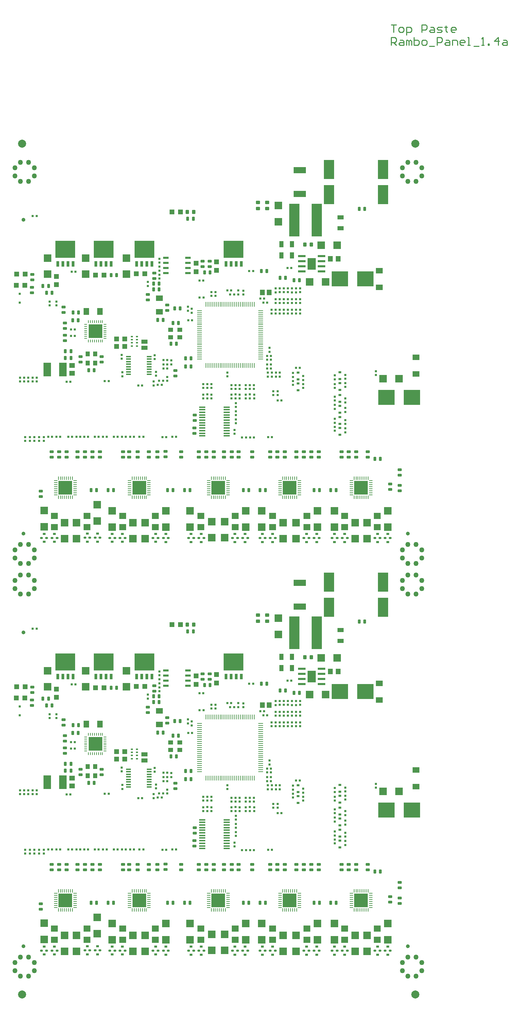
<source format=gtp>
G04 Layer_Color=8421504*
%FSLAX25Y25*%
%MOIN*%
G70*
G01*
G75*
G04:AMPARAMS|DCode=11|XSize=78.74mil|YSize=78.74mil|CornerRadius=39.37mil|HoleSize=0mil|Usage=FLASHONLY|Rotation=90.000|XOffset=0mil|YOffset=0mil|HoleType=Round|Shape=RoundedRectangle|*
%AMROUNDEDRECTD11*
21,1,0.07874,0.00000,0,0,90.0*
21,1,0.00000,0.07874,0,0,90.0*
1,1,0.07874,0.00000,0.00000*
1,1,0.07874,0.00000,0.00000*
1,1,0.07874,0.00000,0.00000*
1,1,0.07874,0.00000,0.00000*
%
%ADD11ROUNDEDRECTD11*%
%ADD12C,0.01000*%
%ADD97C,0.05000*%
%ADD161R,0.09842X0.18701*%
G04:AMPARAMS|DCode=162|XSize=19.65mil|YSize=21.62mil|CornerRadius=3.33mil|HoleSize=0mil|Usage=FLASHONLY|Rotation=0.000|XOffset=0mil|YOffset=0mil|HoleType=Round|Shape=RoundedRectangle|*
%AMROUNDEDRECTD162*
21,1,0.01965,0.01496,0,0,0.0*
21,1,0.01299,0.02162,0,0,0.0*
1,1,0.00666,0.00649,-0.00748*
1,1,0.00666,-0.00649,-0.00748*
1,1,0.00666,-0.00649,0.00748*
1,1,0.00666,0.00649,0.00748*
%
%ADD162ROUNDEDRECTD162*%
G04:AMPARAMS|DCode=163|XSize=27.13mil|YSize=37.37mil|CornerRadius=4.83mil|HoleSize=0mil|Usage=FLASHONLY|Rotation=90.000|XOffset=0mil|YOffset=0mil|HoleType=Round|Shape=RoundedRectangle|*
%AMROUNDEDRECTD163*
21,1,0.02713,0.02772,0,0,90.0*
21,1,0.01748,0.03737,0,0,90.0*
1,1,0.00965,0.01386,0.00874*
1,1,0.00965,0.01386,-0.00874*
1,1,0.00965,-0.01386,-0.00874*
1,1,0.00965,-0.01386,0.00874*
%
%ADD163ROUNDEDRECTD163*%
G04:AMPARAMS|DCode=164|XSize=27.13mil|YSize=37.37mil|CornerRadius=4.83mil|HoleSize=0mil|Usage=FLASHONLY|Rotation=180.000|XOffset=0mil|YOffset=0mil|HoleType=Round|Shape=RoundedRectangle|*
%AMROUNDEDRECTD164*
21,1,0.02713,0.02772,0,0,180.0*
21,1,0.01748,0.03737,0,0,180.0*
1,1,0.00965,-0.00874,0.01386*
1,1,0.00965,0.00874,0.01386*
1,1,0.00965,0.00874,-0.01386*
1,1,0.00965,-0.00874,-0.01386*
%
%ADD164ROUNDEDRECTD164*%
G04:AMPARAMS|DCode=165|XSize=19.26mil|YSize=21.62mil|CornerRadius=3.25mil|HoleSize=0mil|Usage=FLASHONLY|Rotation=90.000|XOffset=0mil|YOffset=0mil|HoleType=Round|Shape=RoundedRectangle|*
%AMROUNDEDRECTD165*
21,1,0.01926,0.01512,0,0,90.0*
21,1,0.01276,0.02162,0,0,90.0*
1,1,0.00650,0.00756,0.00638*
1,1,0.00650,0.00756,-0.00638*
1,1,0.00650,-0.00756,-0.00638*
1,1,0.00650,-0.00756,0.00638*
%
%ADD165ROUNDEDRECTD165*%
G04:AMPARAMS|DCode=166|XSize=19.26mil|YSize=21.62mil|CornerRadius=3.25mil|HoleSize=0mil|Usage=FLASHONLY|Rotation=180.000|XOffset=0mil|YOffset=0mil|HoleType=Round|Shape=RoundedRectangle|*
%AMROUNDEDRECTD166*
21,1,0.01926,0.01512,0,0,180.0*
21,1,0.01276,0.02162,0,0,180.0*
1,1,0.00650,-0.00638,0.00756*
1,1,0.00650,0.00638,0.00756*
1,1,0.00650,0.00638,-0.00756*
1,1,0.00650,-0.00638,-0.00756*
%
%ADD166ROUNDEDRECTD166*%
%ADD167R,0.05800X0.02200*%
G04:AMPARAMS|DCode=168|XSize=21.62mil|YSize=23.59mil|CornerRadius=4.91mil|HoleSize=0mil|Usage=FLASHONLY|Rotation=270.000|XOffset=0mil|YOffset=0mil|HoleType=Round|Shape=RoundedRectangle|*
%AMROUNDEDRECTD168*
21,1,0.02162,0.01378,0,0,270.0*
21,1,0.01181,0.02359,0,0,270.0*
1,1,0.00981,-0.00689,-0.00591*
1,1,0.00981,-0.00689,0.00591*
1,1,0.00981,0.00689,0.00591*
1,1,0.00981,0.00689,-0.00591*
%
%ADD168ROUNDEDRECTD168*%
G04:AMPARAMS|DCode=169|XSize=21.62mil|YSize=29.5mil|CornerRadius=4.91mil|HoleSize=0mil|Usage=FLASHONLY|Rotation=270.000|XOffset=0mil|YOffset=0mil|HoleType=Round|Shape=RoundedRectangle|*
%AMROUNDEDRECTD169*
21,1,0.02162,0.01969,0,0,270.0*
21,1,0.01181,0.02950,0,0,270.0*
1,1,0.00981,-0.00985,-0.00591*
1,1,0.00981,-0.00985,0.00591*
1,1,0.00981,0.00985,0.00591*
1,1,0.00981,0.00985,-0.00591*
%
%ADD169ROUNDEDRECTD169*%
%ADD170O,0.03343X0.00902*%
%ADD171O,0.00902X0.03343*%
%ADD172R,0.13186X0.13186*%
%ADD173R,0.10036X0.32083*%
%ADD174R,0.06493X0.04131*%
%ADD175R,0.04131X0.06493*%
G04:AMPARAMS|DCode=176|XSize=19.65mil|YSize=21.62mil|CornerRadius=3.33mil|HoleSize=0mil|Usage=FLASHONLY|Rotation=90.000|XOffset=0mil|YOffset=0mil|HoleType=Round|Shape=RoundedRectangle|*
%AMROUNDEDRECTD176*
21,1,0.01965,0.01496,0,0,90.0*
21,1,0.01299,0.02162,0,0,90.0*
1,1,0.00666,0.00748,0.00649*
1,1,0.00666,0.00748,-0.00649*
1,1,0.00666,-0.00748,-0.00649*
1,1,0.00666,-0.00748,0.00649*
%
%ADD176ROUNDEDRECTD176*%
G04:AMPARAMS|DCode=177|XSize=9.02mil|YSize=29.5mil|CornerRadius=3.41mil|HoleSize=0mil|Usage=FLASHONLY|Rotation=180.000|XOffset=0mil|YOffset=0mil|HoleType=Round|Shape=RoundedRectangle|*
%AMROUNDEDRECTD177*
21,1,0.00902,0.02268,0,0,180.0*
21,1,0.00220,0.02950,0,0,180.0*
1,1,0.00682,-0.00110,0.01134*
1,1,0.00682,0.00110,0.01134*
1,1,0.00682,0.00110,-0.01134*
1,1,0.00682,-0.00110,-0.01134*
%
%ADD177ROUNDEDRECTD177*%
G04:AMPARAMS|DCode=178|XSize=9.02mil|YSize=29.5mil|CornerRadius=3.41mil|HoleSize=0mil|Usage=FLASHONLY|Rotation=270.000|XOffset=0mil|YOffset=0mil|HoleType=Round|Shape=RoundedRectangle|*
%AMROUNDEDRECTD178*
21,1,0.00902,0.02268,0,0,270.0*
21,1,0.00220,0.02950,0,0,270.0*
1,1,0.00682,-0.01134,-0.00110*
1,1,0.00682,-0.01134,0.00110*
1,1,0.00682,0.01134,0.00110*
1,1,0.00682,0.01134,-0.00110*
%
%ADD178ROUNDEDRECTD178*%
%ADD179R,0.13442X0.13442*%
%ADD180R,0.07280X0.13186*%
%ADD181R,0.02359X0.01769*%
%ADD182R,0.06887X0.05312*%
%ADD183R,0.06898X0.06099*%
%ADD184R,0.16493X0.14800*%
%ADD185R,0.04918X0.03934*%
%ADD186R,0.12398X0.06099*%
%ADD187R,0.04524X0.04524*%
%ADD188R,0.04800X0.01300*%
%ADD189R,0.04918X0.05706*%
%ADD190R,0.08200X0.11600*%
%ADD191R,0.07600X0.02000*%
G04:AMPARAMS|DCode=192|XSize=31.46mil|YSize=41.31mil|CornerRadius=5.69mil|HoleSize=0mil|Usage=FLASHONLY|Rotation=0.000|XOffset=0mil|YOffset=0mil|HoleType=Round|Shape=RoundedRectangle|*
%AMROUNDEDRECTD192*
21,1,0.03146,0.02993,0,0,0.0*
21,1,0.02008,0.04131,0,0,0.0*
1,1,0.01138,0.01004,-0.01496*
1,1,0.01138,-0.01004,-0.01496*
1,1,0.01138,-0.01004,0.01496*
1,1,0.01138,0.01004,0.01496*
%
%ADD192ROUNDEDRECTD192*%
%ADD193R,0.02162X0.02162*%
G04:AMPARAMS|DCode=194|XSize=31.46mil|YSize=41.31mil|CornerRadius=5.69mil|HoleSize=0mil|Usage=FLASHONLY|Rotation=270.000|XOffset=0mil|YOffset=0mil|HoleType=Round|Shape=RoundedRectangle|*
%AMROUNDEDRECTD194*
21,1,0.03146,0.02993,0,0,270.0*
21,1,0.02008,0.04131,0,0,270.0*
1,1,0.01138,-0.01496,-0.01004*
1,1,0.01138,-0.01496,0.01004*
1,1,0.01138,0.01496,0.01004*
1,1,0.01138,0.01496,-0.01004*
%
%ADD194ROUNDEDRECTD194*%
%ADD195R,0.05706X0.04918*%
%ADD196R,0.04524X0.04524*%
%ADD197R,0.05312X0.06887*%
%ADD198R,0.03934X0.04918*%
G04:AMPARAMS|DCode=199|XSize=37.37mil|YSize=37.37mil|CornerRadius=18.69mil|HoleSize=0mil|Usage=FLASHONLY|Rotation=0.000|XOffset=0mil|YOffset=0mil|HoleType=Round|Shape=RoundedRectangle|*
%AMROUNDEDRECTD199*
21,1,0.03737,0.00000,0,0,0.0*
21,1,0.00000,0.03737,0,0,0.0*
1,1,0.03737,0.00000,0.00000*
1,1,0.03737,0.00000,0.00000*
1,1,0.03737,0.00000,0.00000*
1,1,0.03737,0.00000,0.00000*
%
%ADD199ROUNDEDRECTD199*%
%ADD200R,0.06237X0.01532*%
%ADD201R,0.06100X0.04400*%
%ADD202R,0.02950X0.02162*%
%ADD203O,0.00784X0.04918*%
%ADD204O,0.04918X0.00784*%
%ADD205R,0.06887X0.05233*%
%ADD206R,0.07700X0.07700*%
%ADD207R,0.07674X0.07674*%
%ADD208R,0.07700X0.07700*%
%ADD209R,0.07674X0.07674*%
%ADD210R,0.02600X0.05400*%
%ADD211R,0.19500X0.16800*%
G36*
X252094Y750400D02*
X251794Y750000D01*
X250294D01*
X249894Y750400D01*
Y752800D01*
X252094D01*
Y750400D01*
D02*
G37*
G36*
X248394D02*
X247994Y750000D01*
X246594D01*
X246194Y750400D01*
Y752800D01*
X248394D01*
Y750400D01*
D02*
G37*
G36*
X244606Y750300D02*
X244252Y750000D01*
X242756D01*
X242362Y750400D01*
Y752800D01*
X244606D01*
Y750300D01*
D02*
G37*
G36*
X240827D02*
X240472Y750000D01*
X238976D01*
X238583Y750400D01*
Y752800D01*
X240827D01*
Y750300D01*
D02*
G37*
G36*
X164594Y750400D02*
X164294Y750000D01*
X162794D01*
X162394Y750400D01*
Y752800D01*
X164594D01*
Y750400D01*
D02*
G37*
G36*
X160894D02*
X160494Y750000D01*
X159094D01*
X158694Y750400D01*
Y752800D01*
X160894D01*
Y750400D01*
D02*
G37*
G36*
X157106Y750300D02*
X156752Y750000D01*
X155256D01*
X154862Y750400D01*
Y752800D01*
X157106D01*
Y750300D01*
D02*
G37*
G36*
X153327D02*
X152972Y750000D01*
X151476D01*
X151083Y750400D01*
Y752800D01*
X153327D01*
Y750300D01*
D02*
G37*
G36*
X124594Y750400D02*
X124294Y750000D01*
X122794D01*
X122394Y750400D01*
Y752800D01*
X124594D01*
Y750400D01*
D02*
G37*
G36*
X120894D02*
X120494Y750000D01*
X119094D01*
X118694Y750400D01*
Y752800D01*
X120894D01*
Y750400D01*
D02*
G37*
G36*
X117106Y750300D02*
X116752Y750000D01*
X115256D01*
X114862Y750400D01*
Y752800D01*
X117106D01*
Y750300D01*
D02*
G37*
G36*
X113327D02*
X112972Y750000D01*
X111476D01*
X111083Y750400D01*
Y752800D01*
X113327D01*
Y750300D01*
D02*
G37*
G36*
X87094Y750400D02*
X86794Y750000D01*
X85294D01*
X84894Y750400D01*
Y752800D01*
X87094D01*
Y750400D01*
D02*
G37*
G36*
X83394D02*
X82994Y750000D01*
X81594D01*
X81194Y750400D01*
Y752800D01*
X83394D01*
Y750400D01*
D02*
G37*
G36*
X79606Y750300D02*
X79252Y750000D01*
X77756D01*
X77362Y750400D01*
Y752800D01*
X79606D01*
Y750300D01*
D02*
G37*
G36*
X75827D02*
X75472Y750000D01*
X73976D01*
X73583Y750400D01*
Y752800D01*
X75827D01*
Y750300D01*
D02*
G37*
G36*
X255094Y747600D02*
X254094D01*
Y752800D01*
X255094D01*
Y747600D01*
D02*
G37*
G36*
X236890D02*
X235787D01*
Y752800D01*
X236890D01*
Y747600D01*
D02*
G37*
G36*
X167594D02*
X166594D01*
Y752800D01*
X167594D01*
Y747600D01*
D02*
G37*
G36*
X149390D02*
X148287D01*
Y752800D01*
X149390D01*
Y747600D01*
D02*
G37*
G36*
X127594D02*
X126594D01*
Y752800D01*
X127594D01*
Y747600D01*
D02*
G37*
G36*
X109390D02*
X108287D01*
Y752800D01*
X109390D01*
Y747600D01*
D02*
G37*
G36*
X90094D02*
X89094D01*
Y752800D01*
X90094D01*
Y747600D01*
D02*
G37*
G36*
X71890D02*
X70787D01*
Y752800D01*
X71890D01*
Y747600D01*
D02*
G37*
G36*
X251394Y736220D02*
X250094D01*
Y736693D01*
X250494Y737126D01*
X251394D01*
Y736220D01*
D02*
G37*
G36*
X248394Y736732D02*
Y736220D01*
X246294D01*
Y736732D01*
X246694Y737086D01*
X248094D01*
X248394Y736732D01*
D02*
G37*
G36*
X244606D02*
Y736220D01*
X242480D01*
Y736732D01*
X242835Y737086D01*
X244252D01*
X244606Y736732D01*
D02*
G37*
G36*
X240866Y736693D02*
Y736220D01*
X239449D01*
Y737126D01*
X240433D01*
X240866Y736693D01*
D02*
G37*
G36*
X163894Y736220D02*
X162594D01*
Y736693D01*
X162994Y737126D01*
X163894D01*
Y736220D01*
D02*
G37*
G36*
X160894Y736732D02*
Y736220D01*
X158794D01*
Y736732D01*
X159194Y737086D01*
X160594D01*
X160894Y736732D01*
D02*
G37*
G36*
X157106D02*
Y736220D01*
X154980D01*
Y736732D01*
X155335Y737086D01*
X156752D01*
X157106Y736732D01*
D02*
G37*
G36*
X153366Y736693D02*
Y736220D01*
X151949D01*
Y737126D01*
X152933D01*
X153366Y736693D01*
D02*
G37*
G36*
X123894Y736220D02*
X122594D01*
Y736693D01*
X122994Y737126D01*
X123894D01*
Y736220D01*
D02*
G37*
G36*
X120894Y736732D02*
Y736220D01*
X118794D01*
Y736732D01*
X119194Y737086D01*
X120594D01*
X120894Y736732D01*
D02*
G37*
G36*
X117106D02*
Y736220D01*
X114980D01*
Y736732D01*
X115335Y737086D01*
X116752D01*
X117106Y736732D01*
D02*
G37*
G36*
X113366Y736693D02*
Y736220D01*
X111949D01*
Y737126D01*
X112933D01*
X113366Y736693D01*
D02*
G37*
G36*
X86394Y736220D02*
X85094D01*
Y736693D01*
X85494Y737126D01*
X86394D01*
Y736220D01*
D02*
G37*
G36*
X83394Y736732D02*
Y736220D01*
X81294D01*
Y736732D01*
X81694Y737086D01*
X83094D01*
X83394Y736732D01*
D02*
G37*
G36*
X79606D02*
Y736220D01*
X77480D01*
Y736732D01*
X77835Y737086D01*
X79252D01*
X79606Y736732D01*
D02*
G37*
G36*
X75866Y736693D02*
Y736220D01*
X74449D01*
Y737126D01*
X75433D01*
X75866Y736693D01*
D02*
G37*
G36*
X325894Y734144D02*
X324394D01*
X324101Y734115D01*
X323560Y733891D01*
X323147Y733477D01*
X322922Y732936D01*
X322894Y732644D01*
Y732445D01*
X322741Y732077D01*
X322460Y731796D01*
X322093Y731644D01*
X321695D01*
X321327Y731796D01*
X321046Y732077D01*
X320894Y732445D01*
Y732644D01*
X320865Y732936D01*
X320641Y733477D01*
X320227Y733891D01*
X319686Y734115D01*
X319394Y734144D01*
X317894D01*
Y735644D01*
X325894D01*
Y734144D01*
D02*
G37*
G36*
Y728844D02*
X325294D01*
X324994Y729144D01*
X323594D01*
X323294Y729444D01*
Y730844D01*
X323594Y731144D01*
X324994D01*
X325394Y731544D01*
X325894D01*
Y728844D01*
D02*
G37*
G36*
X318794Y731144D02*
X320194D01*
X320494Y730844D01*
Y729444D01*
X320194Y729144D01*
X318794D01*
X318394Y728744D01*
X317894D01*
Y731444D01*
X318494D01*
X318794Y731144D01*
D02*
G37*
G36*
X322460Y728191D02*
X322741Y727910D01*
X322894Y727543D01*
Y727344D01*
X322922Y727051D01*
X323147Y726510D01*
X323560Y726096D01*
X324101Y725873D01*
X324394Y725844D01*
X325894D01*
Y724344D01*
X317894D01*
Y725844D01*
X319394D01*
X319686Y725873D01*
X320227Y726096D01*
X320641Y726510D01*
X320865Y727051D01*
X320894Y727344D01*
Y727543D01*
X321046Y727910D01*
X321327Y728191D01*
X321695Y728344D01*
X322093D01*
X322460Y728191D01*
D02*
G37*
G36*
X252094Y345400D02*
X251794Y345000D01*
X250294D01*
X249894Y345400D01*
Y347800D01*
X252094D01*
Y345400D01*
D02*
G37*
G36*
X248394D02*
X247994Y345000D01*
X246594D01*
X246194Y345400D01*
Y347800D01*
X248394D01*
Y345400D01*
D02*
G37*
G36*
X244606Y345300D02*
X244252Y345000D01*
X242756D01*
X242362Y345400D01*
Y347800D01*
X244606D01*
Y345300D01*
D02*
G37*
G36*
X240827D02*
X240472Y345000D01*
X238976D01*
X238583Y345400D01*
Y347800D01*
X240827D01*
Y345300D01*
D02*
G37*
G36*
X164594Y345400D02*
X164294Y345000D01*
X162794D01*
X162394Y345400D01*
Y347800D01*
X164594D01*
Y345400D01*
D02*
G37*
G36*
X160894D02*
X160494Y345000D01*
X159094D01*
X158694Y345400D01*
Y347800D01*
X160894D01*
Y345400D01*
D02*
G37*
G36*
X157106Y345300D02*
X156752Y345000D01*
X155256D01*
X154862Y345400D01*
Y347800D01*
X157106D01*
Y345300D01*
D02*
G37*
G36*
X153327D02*
X152972Y345000D01*
X151476D01*
X151083Y345400D01*
Y347800D01*
X153327D01*
Y345300D01*
D02*
G37*
G36*
X124594Y345400D02*
X124294Y345000D01*
X122794D01*
X122394Y345400D01*
Y347800D01*
X124594D01*
Y345400D01*
D02*
G37*
G36*
X120894D02*
X120494Y345000D01*
X119094D01*
X118694Y345400D01*
Y347800D01*
X120894D01*
Y345400D01*
D02*
G37*
G36*
X117106Y345300D02*
X116752Y345000D01*
X115256D01*
X114862Y345400D01*
Y347800D01*
X117106D01*
Y345300D01*
D02*
G37*
G36*
X113327D02*
X112972Y345000D01*
X111476D01*
X111083Y345400D01*
Y347800D01*
X113327D01*
Y345300D01*
D02*
G37*
G36*
X87094Y345400D02*
X86794Y345000D01*
X85294D01*
X84894Y345400D01*
Y347800D01*
X87094D01*
Y345400D01*
D02*
G37*
G36*
X83394D02*
X82994Y345000D01*
X81594D01*
X81194Y345400D01*
Y347800D01*
X83394D01*
Y345400D01*
D02*
G37*
G36*
X79606Y345300D02*
X79252Y345000D01*
X77756D01*
X77362Y345400D01*
Y347800D01*
X79606D01*
Y345300D01*
D02*
G37*
G36*
X75827D02*
X75472Y345000D01*
X73976D01*
X73583Y345400D01*
Y347800D01*
X75827D01*
Y345300D01*
D02*
G37*
G36*
X255094Y342600D02*
X254094D01*
Y347800D01*
X255094D01*
Y342600D01*
D02*
G37*
G36*
X236890D02*
X235787D01*
Y347800D01*
X236890D01*
Y342600D01*
D02*
G37*
G36*
X167594D02*
X166594D01*
Y347800D01*
X167594D01*
Y342600D01*
D02*
G37*
G36*
X149390D02*
X148287D01*
Y347800D01*
X149390D01*
Y342600D01*
D02*
G37*
G36*
X127594D02*
X126594D01*
Y347800D01*
X127594D01*
Y342600D01*
D02*
G37*
G36*
X109390D02*
X108287D01*
Y347800D01*
X109390D01*
Y342600D01*
D02*
G37*
G36*
X90094D02*
X89094D01*
Y347800D01*
X90094D01*
Y342600D01*
D02*
G37*
G36*
X71890D02*
X70787D01*
Y347800D01*
X71890D01*
Y342600D01*
D02*
G37*
G36*
X251394Y331220D02*
X250094D01*
Y331693D01*
X250494Y332126D01*
X251394D01*
Y331220D01*
D02*
G37*
G36*
X248394Y331732D02*
Y331220D01*
X246294D01*
Y331732D01*
X246694Y332086D01*
X248094D01*
X248394Y331732D01*
D02*
G37*
G36*
X244606D02*
Y331220D01*
X242480D01*
Y331732D01*
X242835Y332086D01*
X244252D01*
X244606Y331732D01*
D02*
G37*
G36*
X240866Y331693D02*
Y331220D01*
X239449D01*
Y332126D01*
X240433D01*
X240866Y331693D01*
D02*
G37*
G36*
X163894Y331220D02*
X162594D01*
Y331693D01*
X162994Y332126D01*
X163894D01*
Y331220D01*
D02*
G37*
G36*
X160894Y331732D02*
Y331220D01*
X158794D01*
Y331732D01*
X159194Y332086D01*
X160594D01*
X160894Y331732D01*
D02*
G37*
G36*
X157106D02*
Y331220D01*
X154980D01*
Y331732D01*
X155335Y332086D01*
X156752D01*
X157106Y331732D01*
D02*
G37*
G36*
X153366Y331693D02*
Y331220D01*
X151949D01*
Y332126D01*
X152933D01*
X153366Y331693D01*
D02*
G37*
G36*
X123894Y331220D02*
X122594D01*
Y331693D01*
X122994Y332126D01*
X123894D01*
Y331220D01*
D02*
G37*
G36*
X120894Y331732D02*
Y331220D01*
X118794D01*
Y331732D01*
X119194Y332086D01*
X120594D01*
X120894Y331732D01*
D02*
G37*
G36*
X117106D02*
Y331220D01*
X114980D01*
Y331732D01*
X115335Y332086D01*
X116752D01*
X117106Y331732D01*
D02*
G37*
G36*
X113366Y331693D02*
Y331220D01*
X111949D01*
Y332126D01*
X112933D01*
X113366Y331693D01*
D02*
G37*
G36*
X86394Y331220D02*
X85094D01*
Y331693D01*
X85494Y332126D01*
X86394D01*
Y331220D01*
D02*
G37*
G36*
X83394Y331732D02*
Y331220D01*
X81294D01*
Y331732D01*
X81694Y332086D01*
X83094D01*
X83394Y331732D01*
D02*
G37*
G36*
X79606D02*
Y331220D01*
X77480D01*
Y331732D01*
X77835Y332086D01*
X79252D01*
X79606Y331732D01*
D02*
G37*
G36*
X75866Y331693D02*
Y331220D01*
X74449D01*
Y332126D01*
X75433D01*
X75866Y331693D01*
D02*
G37*
G36*
X325894Y329144D02*
X324394D01*
X324101Y329115D01*
X323560Y328891D01*
X323147Y328477D01*
X322922Y327936D01*
X322894Y327644D01*
Y327445D01*
X322741Y327077D01*
X322460Y326796D01*
X322093Y326644D01*
X321695D01*
X321327Y326796D01*
X321046Y327077D01*
X320894Y327445D01*
Y327644D01*
X320865Y327936D01*
X320641Y328477D01*
X320227Y328891D01*
X319686Y329115D01*
X319394Y329144D01*
X317894D01*
Y330644D01*
X325894D01*
Y329144D01*
D02*
G37*
G36*
Y323844D02*
X325294D01*
X324994Y324144D01*
X323594D01*
X323294Y324444D01*
Y325844D01*
X323594Y326144D01*
X324994D01*
X325394Y326544D01*
X325894D01*
Y323844D01*
D02*
G37*
G36*
X318794Y326144D02*
X320194D01*
X320494Y325844D01*
Y324444D01*
X320194Y324144D01*
X318794D01*
X318394Y323744D01*
X317894D01*
Y326444D01*
X318494D01*
X318794Y326144D01*
D02*
G37*
G36*
X322460Y323191D02*
X322741Y322910D01*
X322894Y322543D01*
Y322344D01*
X322922Y322051D01*
X323147Y321510D01*
X323560Y321096D01*
X324101Y320872D01*
X324394Y320844D01*
X325894D01*
Y319344D01*
X317894D01*
Y320844D01*
X319394D01*
X319686Y320872D01*
X320227Y321096D01*
X320641Y321510D01*
X320865Y322051D01*
X320894Y322344D01*
Y322543D01*
X321046Y322910D01*
X321327Y323191D01*
X321695Y323344D01*
X322093D01*
X322460Y323191D01*
D02*
G37*
G54D11*
X37894Y12894D02*
D03*
X423780Y13189D02*
D03*
Y847974D02*
D03*
X37894D02*
D03*
G54D12*
X399869Y964837D02*
X404868D01*
X402369D01*
Y957340D01*
X408617D02*
X411116D01*
X412365Y958589D01*
Y961089D01*
X411116Y962338D01*
X408617D01*
X407367Y961089D01*
Y958589D01*
X408617Y957340D01*
X414865Y954841D02*
Y962338D01*
X418613D01*
X419863Y961089D01*
Y958589D01*
X418613Y957340D01*
X414865D01*
X429860D02*
Y964837D01*
X433608D01*
X434858Y963588D01*
Y961089D01*
X433608Y959839D01*
X429860D01*
X438607Y962338D02*
X441106D01*
X442356Y961089D01*
Y957340D01*
X438607D01*
X437357Y958589D01*
X438607Y959839D01*
X442356D01*
X444855Y957340D02*
X448604D01*
X449853Y958589D01*
X448604Y959839D01*
X446104D01*
X444855Y961089D01*
X446104Y962338D01*
X449853D01*
X453602Y963588D02*
Y962338D01*
X452353D01*
X454852D01*
X453602D01*
Y958589D01*
X454852Y957340D01*
X462349D02*
X459850D01*
X458601Y958589D01*
Y961089D01*
X459850Y962338D01*
X462349D01*
X463599Y961089D01*
Y959839D01*
X458601D01*
X399869Y944840D02*
Y952337D01*
X403618D01*
X404868Y951088D01*
Y948589D01*
X403618Y947339D01*
X399869D01*
X402369D02*
X404868Y944840D01*
X408617Y949838D02*
X411116D01*
X412365Y948589D01*
Y944840D01*
X408617D01*
X407367Y946089D01*
X408617Y947339D01*
X412365D01*
X414865Y944840D02*
Y949838D01*
X416114D01*
X417364Y948589D01*
Y944840D01*
Y948589D01*
X418613Y949838D01*
X419863Y948589D01*
Y944840D01*
X422362Y952337D02*
Y944840D01*
X426111D01*
X427360Y946089D01*
Y947339D01*
Y948589D01*
X426111Y949838D01*
X422362D01*
X431109Y944840D02*
X433608D01*
X434858Y946089D01*
Y948589D01*
X433608Y949838D01*
X431109D01*
X429860Y948589D01*
Y946089D01*
X431109Y944840D01*
X437357Y943590D02*
X442356D01*
X444855Y944840D02*
Y952337D01*
X448604D01*
X449853Y951088D01*
Y948589D01*
X448604Y947339D01*
X444855D01*
X453602Y949838D02*
X456101D01*
X457351Y948589D01*
Y944840D01*
X453602D01*
X452353Y946089D01*
X453602Y947339D01*
X457351D01*
X459850Y944840D02*
Y949838D01*
X463599D01*
X464848Y948589D01*
Y944840D01*
X471096D02*
X468597D01*
X467348Y946089D01*
Y948589D01*
X468597Y949838D01*
X471096D01*
X472346Y948589D01*
Y947339D01*
X467348D01*
X474845Y944840D02*
X477344D01*
X476095D01*
Y952337D01*
X474845D01*
X481093Y943590D02*
X486092D01*
X488591Y944840D02*
X491090D01*
X489840D01*
Y952337D01*
X488591Y951088D01*
X494839Y944840D02*
Y946089D01*
X496088D01*
Y944840D01*
X494839D01*
X504836D02*
Y952337D01*
X501087Y948589D01*
X506085D01*
X509834Y949838D02*
X512333D01*
X513583Y948589D01*
Y944840D01*
X509834D01*
X508584Y946089D01*
X509834Y947339D01*
X513583D01*
G54D97*
X44331Y30945D02*
D03*
X36457D02*
D03*
X30945Y36457D02*
D03*
Y44331D02*
D03*
X36457Y49843D02*
D03*
X44331D02*
D03*
X49843Y44331D02*
D03*
Y36457D02*
D03*
X424331Y30945D02*
D03*
X416457D02*
D03*
X410945Y36457D02*
D03*
Y44331D02*
D03*
X416457Y49843D02*
D03*
X424331D02*
D03*
X429843Y44331D02*
D03*
Y36457D02*
D03*
X424331Y405945D02*
D03*
X416457D02*
D03*
X410945Y411457D02*
D03*
Y419331D02*
D03*
X416457Y424843D02*
D03*
X424331D02*
D03*
X429843Y419331D02*
D03*
Y411457D02*
D03*
X44331Y405945D02*
D03*
X36457D02*
D03*
X30945Y411457D02*
D03*
Y419331D02*
D03*
X36457Y424843D02*
D03*
X44331D02*
D03*
X49843Y419331D02*
D03*
Y411457D02*
D03*
X44331Y435945D02*
D03*
X36457D02*
D03*
X30945Y441457D02*
D03*
Y449331D02*
D03*
X36457Y454843D02*
D03*
X44331D02*
D03*
X49843Y449331D02*
D03*
Y441457D02*
D03*
X424331Y435945D02*
D03*
X416457D02*
D03*
X410945Y441457D02*
D03*
Y449331D02*
D03*
X416457Y454843D02*
D03*
X424331D02*
D03*
X429843Y449331D02*
D03*
Y441457D02*
D03*
X424331Y810945D02*
D03*
X416457D02*
D03*
X410945Y816457D02*
D03*
Y824331D02*
D03*
X416457Y829842D02*
D03*
X424331D02*
D03*
X429843Y824331D02*
D03*
Y816457D02*
D03*
X44331Y810945D02*
D03*
X36457D02*
D03*
X30945Y816457D02*
D03*
Y824331D02*
D03*
X36457Y829842D02*
D03*
X44331D02*
D03*
X49843Y824331D02*
D03*
Y816457D02*
D03*
G54D161*
X391969Y393090D02*
D03*
X338819D02*
D03*
Y417697D02*
D03*
X391969D02*
D03*
Y798090D02*
D03*
X338819D02*
D03*
Y822697D02*
D03*
X391969D02*
D03*
G54D162*
X185324Y155494D02*
D03*
X189064D02*
D03*
X175724Y155194D02*
D03*
X179464D02*
D03*
X298274Y321144D02*
D03*
X302014D02*
D03*
X271524Y291194D02*
D03*
X275264D02*
D03*
X278264Y287194D02*
D03*
X274524D02*
D03*
X245864Y295094D02*
D03*
X242124D02*
D03*
X204564Y269694D02*
D03*
X200824D02*
D03*
X48424Y371994D02*
D03*
X52164D02*
D03*
X211824Y308594D02*
D03*
X215564D02*
D03*
X176524Y226494D02*
D03*
X180264D02*
D03*
X155564Y205794D02*
D03*
X151824D02*
D03*
X180264Y222394D02*
D03*
X176524D02*
D03*
X122864Y209994D02*
D03*
X119124D02*
D03*
X85364Y209494D02*
D03*
X81624D02*
D03*
X156864Y155294D02*
D03*
X153124D02*
D03*
X147564D02*
D03*
X143824D02*
D03*
X128024D02*
D03*
X131764D02*
D03*
X113064Y155494D02*
D03*
X109324D02*
D03*
X102764D02*
D03*
X99024D02*
D03*
X83224D02*
D03*
X86964D02*
D03*
X67364D02*
D03*
X63624D02*
D03*
X265464Y154594D02*
D03*
X261724D02*
D03*
X279324Y155094D02*
D03*
X283064D02*
D03*
X288524Y191194D02*
D03*
X292264D02*
D03*
X290664Y214294D02*
D03*
X286924D02*
D03*
X279124D02*
D03*
X282864D02*
D03*
X282064Y222394D02*
D03*
X278324D02*
D03*
Y230994D02*
D03*
X282064D02*
D03*
X310264Y222994D02*
D03*
X306524D02*
D03*
X185324Y560494D02*
D03*
X189064D02*
D03*
X175724Y560194D02*
D03*
X179464D02*
D03*
X298274Y726144D02*
D03*
X302014D02*
D03*
X271524Y696194D02*
D03*
X275264D02*
D03*
X278264Y692194D02*
D03*
X274524D02*
D03*
X245864Y700094D02*
D03*
X242124D02*
D03*
X204564Y674694D02*
D03*
X200824D02*
D03*
X48424Y776994D02*
D03*
X52164D02*
D03*
X211824Y713594D02*
D03*
X215564D02*
D03*
X176524Y631494D02*
D03*
X180264D02*
D03*
X155564Y610794D02*
D03*
X151824D02*
D03*
X180264Y627394D02*
D03*
X176524D02*
D03*
X122864Y614994D02*
D03*
X119124D02*
D03*
X85364Y614494D02*
D03*
X81624D02*
D03*
X156864Y560294D02*
D03*
X153124D02*
D03*
X147564D02*
D03*
X143824D02*
D03*
X128024D02*
D03*
X131764D02*
D03*
X113064Y560494D02*
D03*
X109324D02*
D03*
X102764D02*
D03*
X99024D02*
D03*
X83224D02*
D03*
X86964D02*
D03*
X67364D02*
D03*
X63624D02*
D03*
X265464Y559594D02*
D03*
X261724D02*
D03*
X279324Y560094D02*
D03*
X283064D02*
D03*
X288524Y596194D02*
D03*
X292264D02*
D03*
X290664Y619294D02*
D03*
X286924D02*
D03*
X279124D02*
D03*
X282864D02*
D03*
X282064Y627394D02*
D03*
X278324D02*
D03*
Y635994D02*
D03*
X282064D02*
D03*
X310264Y627994D02*
D03*
X306524D02*
D03*
G54D163*
X78794Y277517D02*
D03*
Y282871D02*
D03*
X56194Y96592D02*
D03*
Y101946D02*
D03*
X188194Y214917D02*
D03*
Y220271D02*
D03*
X214894Y322217D02*
D03*
Y327571D02*
D03*
X351138Y140571D02*
D03*
Y135217D02*
D03*
X281138Y140571D02*
D03*
Y135217D02*
D03*
X211270Y140571D02*
D03*
Y135217D02*
D03*
X137107Y140571D02*
D03*
Y135217D02*
D03*
X67000Y140571D02*
D03*
Y135217D02*
D03*
X74394Y140571D02*
D03*
Y135217D02*
D03*
X143094Y140571D02*
D03*
Y135217D02*
D03*
X218644Y140571D02*
D03*
Y135217D02*
D03*
X288394Y140571D02*
D03*
Y135217D02*
D03*
X358394Y140571D02*
D03*
Y135217D02*
D03*
X408144Y102217D02*
D03*
Y107571D02*
D03*
X328880Y135217D02*
D03*
Y140571D02*
D03*
X263542Y135217D02*
D03*
Y140571D02*
D03*
X114286Y135217D02*
D03*
Y140571D02*
D03*
X194028Y135286D02*
D03*
Y140640D02*
D03*
X221894Y327571D02*
D03*
Y322217D02*
D03*
X167694Y310617D02*
D03*
Y315971D02*
D03*
X161394Y289717D02*
D03*
Y295071D02*
D03*
X47699Y302065D02*
D03*
Y296711D02*
D03*
X47894Y314821D02*
D03*
Y309467D02*
D03*
X207144Y176783D02*
D03*
Y171429D02*
D03*
X207094Y158717D02*
D03*
Y164071D02*
D03*
X365644Y135217D02*
D03*
Y140571D02*
D03*
X376894Y135217D02*
D03*
Y140571D02*
D03*
X398994Y109055D02*
D03*
Y103701D02*
D03*
X408269Y123071D02*
D03*
Y117717D02*
D03*
X295644Y135217D02*
D03*
Y140571D02*
D03*
X307107Y135217D02*
D03*
Y140571D02*
D03*
X321619D02*
D03*
Y135217D02*
D03*
X314294D02*
D03*
Y140571D02*
D03*
X226019Y135217D02*
D03*
Y140571D02*
D03*
X235894Y135217D02*
D03*
Y140571D02*
D03*
X250144D02*
D03*
Y135217D02*
D03*
X243519Y140571D02*
D03*
Y135217D02*
D03*
X151294D02*
D03*
Y140571D02*
D03*
X162394Y135217D02*
D03*
Y140571D02*
D03*
X178594Y140971D02*
D03*
Y135617D02*
D03*
X170694Y135217D02*
D03*
Y140571D02*
D03*
X81644Y135217D02*
D03*
Y140571D02*
D03*
X92394Y135217D02*
D03*
Y140571D02*
D03*
X107019D02*
D03*
Y135217D02*
D03*
X99644D02*
D03*
Y140571D02*
D03*
X115894Y228717D02*
D03*
Y234071D02*
D03*
X95394Y228717D02*
D03*
Y234071D02*
D03*
X79894Y261717D02*
D03*
Y267071D02*
D03*
Y255071D02*
D03*
Y249717D02*
D03*
X180144Y279467D02*
D03*
Y284821D02*
D03*
X78794Y682517D02*
D03*
Y687871D02*
D03*
X56194Y501592D02*
D03*
Y506946D02*
D03*
X188194Y619917D02*
D03*
Y625271D02*
D03*
X214894Y727217D02*
D03*
Y732571D02*
D03*
X351138Y545571D02*
D03*
Y540217D02*
D03*
X281138Y545571D02*
D03*
Y540217D02*
D03*
X211270Y545571D02*
D03*
Y540217D02*
D03*
X137107Y545571D02*
D03*
Y540217D02*
D03*
X67000Y545571D02*
D03*
Y540217D02*
D03*
X74394Y545571D02*
D03*
Y540217D02*
D03*
X143094Y545571D02*
D03*
Y540217D02*
D03*
X218644Y545571D02*
D03*
Y540217D02*
D03*
X288394Y545571D02*
D03*
Y540217D02*
D03*
X358394Y545571D02*
D03*
Y540217D02*
D03*
X408144Y507217D02*
D03*
Y512571D02*
D03*
X328880Y540217D02*
D03*
Y545571D02*
D03*
X263542Y540217D02*
D03*
Y545571D02*
D03*
X114286Y540217D02*
D03*
Y545571D02*
D03*
X194028Y540286D02*
D03*
Y545640D02*
D03*
X221894Y732571D02*
D03*
Y727217D02*
D03*
X167694Y715617D02*
D03*
Y720971D02*
D03*
X161394Y694717D02*
D03*
Y700071D02*
D03*
X47699Y707065D02*
D03*
Y701711D02*
D03*
X47894Y719821D02*
D03*
Y714467D02*
D03*
X207144Y581783D02*
D03*
Y576429D02*
D03*
X207094Y563717D02*
D03*
Y569071D02*
D03*
X365644Y540217D02*
D03*
Y545571D02*
D03*
X376894Y540217D02*
D03*
Y545571D02*
D03*
X398994Y514055D02*
D03*
Y508701D02*
D03*
X408269Y528071D02*
D03*
Y522717D02*
D03*
X295644Y540217D02*
D03*
Y545571D02*
D03*
X307107Y540217D02*
D03*
Y545571D02*
D03*
X321619D02*
D03*
Y540217D02*
D03*
X314294D02*
D03*
Y545571D02*
D03*
X226019Y540217D02*
D03*
Y545571D02*
D03*
X235894Y540217D02*
D03*
Y545571D02*
D03*
X250144D02*
D03*
Y540217D02*
D03*
X243519Y545571D02*
D03*
Y540217D02*
D03*
X151294D02*
D03*
Y545571D02*
D03*
X162394Y540217D02*
D03*
Y545571D02*
D03*
X178594Y545971D02*
D03*
Y540617D02*
D03*
X170694Y540217D02*
D03*
Y545571D02*
D03*
X81644Y540217D02*
D03*
Y545571D02*
D03*
X92394Y540217D02*
D03*
Y545571D02*
D03*
X107019D02*
D03*
Y540217D02*
D03*
X99644D02*
D03*
Y545571D02*
D03*
X115894Y633717D02*
D03*
Y639071D02*
D03*
X95394Y633717D02*
D03*
Y639071D02*
D03*
X79894Y666717D02*
D03*
Y672071D02*
D03*
Y660071D02*
D03*
Y654717D02*
D03*
X180144Y684467D02*
D03*
Y689821D02*
D03*
G54D164*
X166917Y305594D02*
D03*
X172271D02*
D03*
X340592Y102894D02*
D03*
X345946D02*
D03*
X368717Y378894D02*
D03*
X374071D02*
D03*
X290967Y311394D02*
D03*
X296321D02*
D03*
X310071Y308894D02*
D03*
X304717D02*
D03*
X271342Y102894D02*
D03*
X276696D02*
D03*
X197342D02*
D03*
X202696D02*
D03*
X122342D02*
D03*
X127696D02*
D03*
X278071Y317894D02*
D03*
X272717D02*
D03*
X205821Y369394D02*
D03*
X200467D02*
D03*
X222271Y316594D02*
D03*
X216917D02*
D03*
X130571Y314144D02*
D03*
X125217D02*
D03*
X87842Y277269D02*
D03*
X93196D02*
D03*
X187517Y281494D02*
D03*
X192871D02*
D03*
X203571Y224494D02*
D03*
X198217D02*
D03*
X67321Y296644D02*
D03*
X61967D02*
D03*
X172371Y300094D02*
D03*
X167017D02*
D03*
X58467Y303269D02*
D03*
X63821D02*
D03*
X185842Y266894D02*
D03*
X191196D02*
D03*
X189446Y246644D02*
D03*
X184092D02*
D03*
X383917Y133644D02*
D03*
X389271D02*
D03*
X329696Y102894D02*
D03*
X324342D02*
D03*
X260196D02*
D03*
X254842D02*
D03*
X185946D02*
D03*
X180592D02*
D03*
X110946D02*
D03*
X105592D02*
D03*
X103217Y220644D02*
D03*
X108571D02*
D03*
X87717Y269644D02*
D03*
X93071D02*
D03*
X170967Y269894D02*
D03*
X176321D02*
D03*
X80467Y232644D02*
D03*
X85821D02*
D03*
X80467Y239394D02*
D03*
X85821D02*
D03*
X203571Y232227D02*
D03*
X198217D02*
D03*
X166917Y710594D02*
D03*
X172271D02*
D03*
X340592Y507894D02*
D03*
X345946D02*
D03*
X368717Y783894D02*
D03*
X374071D02*
D03*
X290967Y716394D02*
D03*
X296321D02*
D03*
X310071Y713894D02*
D03*
X304717D02*
D03*
X271342Y507894D02*
D03*
X276696D02*
D03*
X197342D02*
D03*
X202696D02*
D03*
X122342D02*
D03*
X127696D02*
D03*
X278071Y722894D02*
D03*
X272717D02*
D03*
X205821Y774394D02*
D03*
X200467D02*
D03*
X222271Y721594D02*
D03*
X216917D02*
D03*
X130571Y719144D02*
D03*
X125217D02*
D03*
X87842Y682269D02*
D03*
X93196D02*
D03*
X187517Y686494D02*
D03*
X192871D02*
D03*
X203571Y629494D02*
D03*
X198217D02*
D03*
X67321Y701644D02*
D03*
X61967D02*
D03*
X172371Y705094D02*
D03*
X167017D02*
D03*
X58467Y708269D02*
D03*
X63821D02*
D03*
X185842Y671894D02*
D03*
X191196D02*
D03*
X189446Y651644D02*
D03*
X184092D02*
D03*
X383917Y538644D02*
D03*
X389271D02*
D03*
X329696Y507894D02*
D03*
X324342D02*
D03*
X260196D02*
D03*
X254842D02*
D03*
X185946D02*
D03*
X180592D02*
D03*
X110946D02*
D03*
X105592D02*
D03*
X103217Y625644D02*
D03*
X108571D02*
D03*
X87717Y674644D02*
D03*
X93071D02*
D03*
X170967Y674894D02*
D03*
X176321D02*
D03*
X80467Y637644D02*
D03*
X85821D02*
D03*
X80467Y644394D02*
D03*
X85821D02*
D03*
X203571Y637227D02*
D03*
X198217D02*
D03*
G54D165*
X200594Y282884D02*
D03*
Y279104D02*
D03*
X204394Y280984D02*
D03*
Y277204D02*
D03*
X172794Y310704D02*
D03*
Y314484D02*
D03*
Y326304D02*
D03*
Y330084D02*
D03*
Y318504D02*
D03*
Y322284D02*
D03*
X161394Y303504D02*
D03*
Y307284D02*
D03*
X64894Y284254D02*
D03*
Y288034D02*
D03*
X255094Y298784D02*
D03*
Y295004D02*
D03*
X249894Y298884D02*
D03*
Y295104D02*
D03*
X223794Y297384D02*
D03*
Y293604D02*
D03*
X227794Y297384D02*
D03*
Y293604D02*
D03*
X184394Y226504D02*
D03*
Y230284D02*
D03*
X48194Y209604D02*
D03*
Y213384D02*
D03*
X44094D02*
D03*
Y209604D02*
D03*
X54694Y151304D02*
D03*
Y155084D02*
D03*
X45594Y151304D02*
D03*
Y155084D02*
D03*
X219494Y203304D02*
D03*
Y207084D02*
D03*
Y193104D02*
D03*
Y196884D02*
D03*
X247294Y202404D02*
D03*
Y206184D02*
D03*
Y193104D02*
D03*
Y196884D02*
D03*
X261394Y206184D02*
D03*
Y202404D02*
D03*
Y196884D02*
D03*
Y193104D02*
D03*
X247694Y176604D02*
D03*
Y180384D02*
D03*
X284394Y196404D02*
D03*
Y200184D02*
D03*
X282694Y280084D02*
D03*
Y276304D02*
D03*
X290694Y280084D02*
D03*
Y276304D02*
D03*
X298694D02*
D03*
Y280084D02*
D03*
X306694Y276304D02*
D03*
Y280084D02*
D03*
X298594Y290384D02*
D03*
Y286604D02*
D03*
X306594Y290384D02*
D03*
Y286604D02*
D03*
X286594Y300984D02*
D03*
Y297204D02*
D03*
X302594D02*
D03*
Y300984D02*
D03*
X306594D02*
D03*
Y297204D02*
D03*
X354994Y171784D02*
D03*
Y168004D02*
D03*
Y159804D02*
D03*
Y163584D02*
D03*
X344494Y169104D02*
D03*
Y172884D02*
D03*
Y190904D02*
D03*
Y194684D02*
D03*
X355094Y192984D02*
D03*
Y189204D02*
D03*
X354994Y179804D02*
D03*
Y183584D02*
D03*
X344494Y211804D02*
D03*
Y215584D02*
D03*
X354994Y216184D02*
D03*
Y212404D02*
D03*
Y204304D02*
D03*
Y208084D02*
D03*
X303794Y217984D02*
D03*
Y214204D02*
D03*
X313594Y214984D02*
D03*
Y211204D02*
D03*
Y203304D02*
D03*
Y207084D02*
D03*
X200594Y687884D02*
D03*
Y684104D02*
D03*
X204394Y685984D02*
D03*
Y682204D02*
D03*
X172794Y715704D02*
D03*
Y719484D02*
D03*
Y731304D02*
D03*
Y735084D02*
D03*
Y723504D02*
D03*
Y727284D02*
D03*
X161394Y708504D02*
D03*
Y712284D02*
D03*
X64894Y689254D02*
D03*
Y693034D02*
D03*
X255094Y703784D02*
D03*
Y700004D02*
D03*
X249894Y703884D02*
D03*
Y700104D02*
D03*
X223794Y702384D02*
D03*
Y698604D02*
D03*
X227794Y702384D02*
D03*
Y698604D02*
D03*
X184394Y631504D02*
D03*
Y635284D02*
D03*
X48194Y614604D02*
D03*
Y618384D02*
D03*
X44094D02*
D03*
Y614604D02*
D03*
X54694Y556304D02*
D03*
Y560084D02*
D03*
X45594Y556304D02*
D03*
Y560084D02*
D03*
X219494Y608304D02*
D03*
Y612084D02*
D03*
Y598104D02*
D03*
Y601884D02*
D03*
X247294Y607404D02*
D03*
Y611184D02*
D03*
Y598104D02*
D03*
Y601884D02*
D03*
X261394Y611184D02*
D03*
Y607404D02*
D03*
Y601884D02*
D03*
Y598104D02*
D03*
X247694Y581604D02*
D03*
Y585384D02*
D03*
X284394Y601404D02*
D03*
Y605184D02*
D03*
X282694Y685084D02*
D03*
Y681304D02*
D03*
X290694Y685084D02*
D03*
Y681304D02*
D03*
X298694D02*
D03*
Y685084D02*
D03*
X306694Y681304D02*
D03*
Y685084D02*
D03*
X298594Y695384D02*
D03*
Y691604D02*
D03*
X306594Y695384D02*
D03*
Y691604D02*
D03*
X286594Y705984D02*
D03*
Y702204D02*
D03*
X302594D02*
D03*
Y705984D02*
D03*
X306594D02*
D03*
Y702204D02*
D03*
X354994Y576784D02*
D03*
Y573004D02*
D03*
Y564804D02*
D03*
Y568584D02*
D03*
X344494Y574104D02*
D03*
Y577884D02*
D03*
Y595904D02*
D03*
Y599684D02*
D03*
X355094Y597984D02*
D03*
Y594204D02*
D03*
X354994Y584804D02*
D03*
Y588584D02*
D03*
X344494Y616804D02*
D03*
Y620584D02*
D03*
X354994Y621184D02*
D03*
Y617404D02*
D03*
Y609304D02*
D03*
Y613084D02*
D03*
X303794Y622984D02*
D03*
Y619204D02*
D03*
X313594Y619984D02*
D03*
Y616204D02*
D03*
Y608304D02*
D03*
Y612084D02*
D03*
G54D166*
X264534Y317894D02*
D03*
X260754D02*
D03*
X90284Y317394D02*
D03*
X86504D02*
D03*
X89784Y260769D02*
D03*
X86004D02*
D03*
X89784Y254519D02*
D03*
X86004D02*
D03*
X242984Y299094D02*
D03*
X239204D02*
D03*
X212104Y292094D02*
D03*
X215884D02*
D03*
X180284Y230594D02*
D03*
X176504D02*
D03*
X176184Y210494D02*
D03*
X172404D02*
D03*
X171104Y206394D02*
D03*
X174884D02*
D03*
X135804Y155294D02*
D03*
X139584D02*
D03*
X117304Y155494D02*
D03*
X121084D02*
D03*
X91204D02*
D03*
X94984D02*
D03*
X71604D02*
D03*
X75384D02*
D03*
X257484Y154594D02*
D03*
X253704D02*
D03*
X290684Y218394D02*
D03*
X286904D02*
D03*
X282884D02*
D03*
X279104D02*
D03*
X282084Y226394D02*
D03*
X278304D02*
D03*
X282084Y234794D02*
D03*
X278304D02*
D03*
X264534Y722894D02*
D03*
X260754D02*
D03*
X90284Y722394D02*
D03*
X86504D02*
D03*
X89784Y665769D02*
D03*
X86004D02*
D03*
X89784Y659519D02*
D03*
X86004D02*
D03*
X242984Y704094D02*
D03*
X239204D02*
D03*
X212104Y697094D02*
D03*
X215884D02*
D03*
X180284Y635594D02*
D03*
X176504D02*
D03*
X176184Y615494D02*
D03*
X172404D02*
D03*
X171104Y611394D02*
D03*
X174884D02*
D03*
X135804Y560294D02*
D03*
X139584D02*
D03*
X117304Y560494D02*
D03*
X121084D02*
D03*
X91204D02*
D03*
X94984D02*
D03*
X71604D02*
D03*
X75384D02*
D03*
X257484Y559594D02*
D03*
X253704D02*
D03*
X290684Y623394D02*
D03*
X286904D02*
D03*
X282884D02*
D03*
X279104D02*
D03*
X282084Y631394D02*
D03*
X278304D02*
D03*
X282084Y639794D02*
D03*
X278304D02*
D03*
G54D167*
X179067Y325894D02*
D03*
X200794D02*
D03*
X179067Y330894D02*
D03*
Y320894D02*
D03*
Y315894D02*
D03*
X200794Y330894D02*
D03*
Y320894D02*
D03*
Y315894D02*
D03*
X179067Y730894D02*
D03*
X200794D02*
D03*
X179067Y735894D02*
D03*
Y725894D02*
D03*
Y720894D02*
D03*
X200794Y735894D02*
D03*
Y725894D02*
D03*
Y720894D02*
D03*
G54D168*
X114455Y56294D02*
D03*
X109533D02*
D03*
X99533D02*
D03*
X104455D02*
D03*
X72255Y56194D02*
D03*
X67333D02*
D03*
X57033D02*
D03*
X61955D02*
D03*
X181455Y56094D02*
D03*
X176533D02*
D03*
X166433Y56194D02*
D03*
X171355D02*
D03*
X138855D02*
D03*
X133933D02*
D03*
X123933D02*
D03*
X128855D02*
D03*
X259255Y56094D02*
D03*
X254333D02*
D03*
X244333D02*
D03*
X249255D02*
D03*
X216255D02*
D03*
X211333D02*
D03*
X201333D02*
D03*
X206255D02*
D03*
X329355D02*
D03*
X324433D02*
D03*
X314433Y55994D02*
D03*
X319355D02*
D03*
X286255Y56094D02*
D03*
X281333D02*
D03*
X271333D02*
D03*
X276255D02*
D03*
X399055D02*
D03*
X394133D02*
D03*
X384133D02*
D03*
X389055D02*
D03*
X356855D02*
D03*
X351933D02*
D03*
X341933D02*
D03*
X346855D02*
D03*
X114455Y461294D02*
D03*
X109533D02*
D03*
X99533D02*
D03*
X104455D02*
D03*
X72255Y461194D02*
D03*
X67333D02*
D03*
X57033D02*
D03*
X61955D02*
D03*
X181455Y461094D02*
D03*
X176533D02*
D03*
X166433Y461194D02*
D03*
X171355D02*
D03*
X138855D02*
D03*
X133933D02*
D03*
X123933D02*
D03*
X128855D02*
D03*
X259255Y461094D02*
D03*
X254333D02*
D03*
X244333D02*
D03*
X249255D02*
D03*
X216255D02*
D03*
X211333D02*
D03*
X201333D02*
D03*
X206255D02*
D03*
X329355D02*
D03*
X324433D02*
D03*
X314433Y460994D02*
D03*
X319355D02*
D03*
X286255Y461094D02*
D03*
X281333D02*
D03*
X271333D02*
D03*
X276255D02*
D03*
X399055D02*
D03*
X394133D02*
D03*
X384133D02*
D03*
X389055D02*
D03*
X356855D02*
D03*
X351933D02*
D03*
X341933D02*
D03*
X346855D02*
D03*
G54D169*
X111994Y52357D02*
D03*
Y60231D02*
D03*
X101994D02*
D03*
Y52357D02*
D03*
X69794Y52257D02*
D03*
Y60131D02*
D03*
X59494D02*
D03*
Y52257D02*
D03*
X178994Y52157D02*
D03*
Y60031D02*
D03*
X168894Y60131D02*
D03*
Y52257D02*
D03*
X136394D02*
D03*
Y60131D02*
D03*
X126394D02*
D03*
Y52257D02*
D03*
X256794Y52157D02*
D03*
Y60031D02*
D03*
X246794D02*
D03*
Y52157D02*
D03*
X213794D02*
D03*
Y60031D02*
D03*
X203794D02*
D03*
Y52157D02*
D03*
X326894D02*
D03*
Y60031D02*
D03*
X316894Y59931D02*
D03*
Y52057D02*
D03*
X283794Y52157D02*
D03*
Y60031D02*
D03*
X273794D02*
D03*
Y52157D02*
D03*
X396594D02*
D03*
Y60031D02*
D03*
X386594D02*
D03*
Y52157D02*
D03*
X354394D02*
D03*
Y60031D02*
D03*
X344394D02*
D03*
Y52157D02*
D03*
X111994Y457357D02*
D03*
Y465231D02*
D03*
X101994D02*
D03*
Y457357D02*
D03*
X69794Y457257D02*
D03*
Y465131D02*
D03*
X59494D02*
D03*
Y457257D02*
D03*
X178994Y457157D02*
D03*
Y465031D02*
D03*
X168894Y465131D02*
D03*
Y457257D02*
D03*
X136394D02*
D03*
Y465131D02*
D03*
X126394D02*
D03*
Y457257D02*
D03*
X256794Y457157D02*
D03*
Y465031D02*
D03*
X246794D02*
D03*
Y457157D02*
D03*
X213794D02*
D03*
Y465031D02*
D03*
X203794D02*
D03*
Y457157D02*
D03*
X326894D02*
D03*
Y465031D02*
D03*
X316894Y464931D02*
D03*
Y457057D02*
D03*
X283794Y457157D02*
D03*
Y465031D02*
D03*
X273794D02*
D03*
Y457157D02*
D03*
X396594D02*
D03*
Y465031D02*
D03*
X386594D02*
D03*
Y457157D02*
D03*
X354394D02*
D03*
Y465031D02*
D03*
X344394D02*
D03*
Y457157D02*
D03*
G54D170*
X89862Y98504D02*
D03*
Y100472D02*
D03*
Y102441D02*
D03*
Y104409D02*
D03*
Y106378D02*
D03*
Y108346D02*
D03*
Y110315D02*
D03*
Y112284D02*
D03*
X70925D02*
D03*
Y110315D02*
D03*
Y108346D02*
D03*
Y106378D02*
D03*
Y104409D02*
D03*
Y102441D02*
D03*
Y100472D02*
D03*
Y98504D02*
D03*
X143425D02*
D03*
Y100472D02*
D03*
Y102441D02*
D03*
Y104409D02*
D03*
Y106378D02*
D03*
Y108346D02*
D03*
Y110315D02*
D03*
Y112284D02*
D03*
X162362D02*
D03*
Y110315D02*
D03*
Y108346D02*
D03*
Y106378D02*
D03*
Y104409D02*
D03*
Y102441D02*
D03*
Y100472D02*
D03*
Y98504D02*
D03*
X239862D02*
D03*
Y100472D02*
D03*
Y102441D02*
D03*
Y104409D02*
D03*
Y106378D02*
D03*
Y108346D02*
D03*
Y110315D02*
D03*
Y112284D02*
D03*
X220925D02*
D03*
Y110315D02*
D03*
Y108346D02*
D03*
Y106378D02*
D03*
Y104409D02*
D03*
Y102441D02*
D03*
Y100472D02*
D03*
Y98504D02*
D03*
X290925D02*
D03*
Y100472D02*
D03*
Y102441D02*
D03*
Y104409D02*
D03*
Y106378D02*
D03*
Y108346D02*
D03*
Y110315D02*
D03*
Y112284D02*
D03*
X309862D02*
D03*
Y110315D02*
D03*
Y108346D02*
D03*
Y106378D02*
D03*
Y104409D02*
D03*
Y102441D02*
D03*
Y100472D02*
D03*
Y98504D02*
D03*
X379862D02*
D03*
Y100472D02*
D03*
Y102441D02*
D03*
Y104409D02*
D03*
Y106378D02*
D03*
Y108346D02*
D03*
Y110315D02*
D03*
Y112284D02*
D03*
X360925D02*
D03*
Y110315D02*
D03*
Y108346D02*
D03*
Y106378D02*
D03*
Y104409D02*
D03*
Y102441D02*
D03*
Y100472D02*
D03*
Y98504D02*
D03*
X89862Y503504D02*
D03*
Y505472D02*
D03*
Y507441D02*
D03*
Y509410D02*
D03*
Y511378D02*
D03*
Y513346D02*
D03*
Y515315D02*
D03*
Y517283D02*
D03*
X70925D02*
D03*
Y515315D02*
D03*
Y513346D02*
D03*
Y511378D02*
D03*
Y509410D02*
D03*
Y507441D02*
D03*
Y505472D02*
D03*
Y503504D02*
D03*
X143425D02*
D03*
Y505472D02*
D03*
Y507441D02*
D03*
Y509410D02*
D03*
Y511378D02*
D03*
Y513346D02*
D03*
Y515315D02*
D03*
Y517283D02*
D03*
X162362D02*
D03*
Y515315D02*
D03*
Y513346D02*
D03*
Y511378D02*
D03*
Y509410D02*
D03*
Y507441D02*
D03*
Y505472D02*
D03*
Y503504D02*
D03*
X239862D02*
D03*
Y505472D02*
D03*
Y507441D02*
D03*
Y509410D02*
D03*
Y511378D02*
D03*
Y513346D02*
D03*
Y515315D02*
D03*
Y517283D02*
D03*
X220925D02*
D03*
Y515315D02*
D03*
Y513346D02*
D03*
Y511378D02*
D03*
Y509410D02*
D03*
Y507441D02*
D03*
Y505472D02*
D03*
Y503504D02*
D03*
X290925D02*
D03*
Y505472D02*
D03*
Y507441D02*
D03*
Y509410D02*
D03*
Y511378D02*
D03*
Y513346D02*
D03*
Y515315D02*
D03*
Y517283D02*
D03*
X309862D02*
D03*
Y515315D02*
D03*
Y513346D02*
D03*
Y511378D02*
D03*
Y509410D02*
D03*
Y507441D02*
D03*
Y505472D02*
D03*
Y503504D02*
D03*
X379862D02*
D03*
Y505472D02*
D03*
Y507441D02*
D03*
Y509410D02*
D03*
Y511378D02*
D03*
Y513346D02*
D03*
Y515315D02*
D03*
Y517283D02*
D03*
X360925D02*
D03*
Y515315D02*
D03*
Y513346D02*
D03*
Y511378D02*
D03*
Y509410D02*
D03*
Y507441D02*
D03*
Y505472D02*
D03*
Y503504D02*
D03*
G54D171*
X87283Y114862D02*
D03*
X85315D02*
D03*
X83346D02*
D03*
X81378D02*
D03*
X79409D02*
D03*
X77441D02*
D03*
X75472D02*
D03*
X73504D02*
D03*
Y95925D02*
D03*
X75472D02*
D03*
X77441D02*
D03*
X79409D02*
D03*
X81378D02*
D03*
X83346D02*
D03*
X85315D02*
D03*
X87283D02*
D03*
X159783D02*
D03*
X157815D02*
D03*
X155847D02*
D03*
X153878D02*
D03*
X151909D02*
D03*
X149941D02*
D03*
X147972D02*
D03*
X146004D02*
D03*
Y114862D02*
D03*
X147972D02*
D03*
X149941D02*
D03*
X151909D02*
D03*
X153878D02*
D03*
X155847D02*
D03*
X157815D02*
D03*
X159783D02*
D03*
X237283D02*
D03*
X235315D02*
D03*
X233347D02*
D03*
X231378D02*
D03*
X229409D02*
D03*
X227441D02*
D03*
X225472D02*
D03*
X223504D02*
D03*
Y95925D02*
D03*
X225472D02*
D03*
X227441D02*
D03*
X229409D02*
D03*
X231378D02*
D03*
X233347D02*
D03*
X235315D02*
D03*
X237283D02*
D03*
X307283D02*
D03*
X305315D02*
D03*
X303346D02*
D03*
X301378D02*
D03*
X299409D02*
D03*
X297441D02*
D03*
X295472D02*
D03*
X293504D02*
D03*
Y114862D02*
D03*
X295472D02*
D03*
X297441D02*
D03*
X299409D02*
D03*
X301378D02*
D03*
X303346D02*
D03*
X305315D02*
D03*
X307283D02*
D03*
X377284D02*
D03*
X375315D02*
D03*
X373346D02*
D03*
X371378D02*
D03*
X369409D02*
D03*
X367441D02*
D03*
X365472D02*
D03*
X363504D02*
D03*
Y95925D02*
D03*
X365472D02*
D03*
X367441D02*
D03*
X369409D02*
D03*
X371378D02*
D03*
X373346D02*
D03*
X375315D02*
D03*
X377284D02*
D03*
X87283Y519862D02*
D03*
X85315D02*
D03*
X83346D02*
D03*
X81378D02*
D03*
X79409D02*
D03*
X77441D02*
D03*
X75472D02*
D03*
X73504D02*
D03*
Y500925D02*
D03*
X75472D02*
D03*
X77441D02*
D03*
X79409D02*
D03*
X81378D02*
D03*
X83346D02*
D03*
X85315D02*
D03*
X87283D02*
D03*
X159783D02*
D03*
X157815D02*
D03*
X155847D02*
D03*
X153878D02*
D03*
X151909D02*
D03*
X149941D02*
D03*
X147972D02*
D03*
X146004D02*
D03*
Y519862D02*
D03*
X147972D02*
D03*
X149941D02*
D03*
X151909D02*
D03*
X153878D02*
D03*
X155847D02*
D03*
X157815D02*
D03*
X159783D02*
D03*
X237283D02*
D03*
X235315D02*
D03*
X233347D02*
D03*
X231378D02*
D03*
X229409D02*
D03*
X227441D02*
D03*
X225472D02*
D03*
X223504D02*
D03*
Y500925D02*
D03*
X225472D02*
D03*
X227441D02*
D03*
X229409D02*
D03*
X231378D02*
D03*
X233347D02*
D03*
X235315D02*
D03*
X237283D02*
D03*
X307283D02*
D03*
X305315D02*
D03*
X303346D02*
D03*
X301378D02*
D03*
X299409D02*
D03*
X297441D02*
D03*
X295472D02*
D03*
X293504D02*
D03*
Y519862D02*
D03*
X295472D02*
D03*
X297441D02*
D03*
X299409D02*
D03*
X301378D02*
D03*
X303346D02*
D03*
X305315D02*
D03*
X307283D02*
D03*
X377284D02*
D03*
X375315D02*
D03*
X373346D02*
D03*
X371378D02*
D03*
X369409D02*
D03*
X367441D02*
D03*
X365472D02*
D03*
X363504D02*
D03*
Y500925D02*
D03*
X365472D02*
D03*
X367441D02*
D03*
X369409D02*
D03*
X371378D02*
D03*
X373346D02*
D03*
X375315D02*
D03*
X377284D02*
D03*
G54D172*
X80394Y105394D02*
D03*
X152894D02*
D03*
X230394D02*
D03*
X300394D02*
D03*
X370394D02*
D03*
X80394Y510394D02*
D03*
X152894D02*
D03*
X230394D02*
D03*
X300394D02*
D03*
X370394D02*
D03*
G54D173*
X326917Y368144D02*
D03*
X304870D02*
D03*
X326917Y773144D02*
D03*
X304870D02*
D03*
G54D174*
X350394Y370610D02*
D03*
Y360177D02*
D03*
Y775610D02*
D03*
Y765177D02*
D03*
G54D175*
X292177Y344394D02*
D03*
X302610D02*
D03*
X292177Y333394D02*
D03*
X302610D02*
D03*
X292177Y749394D02*
D03*
X302610D02*
D03*
X292177Y738394D02*
D03*
X302610D02*
D03*
G54D176*
X280694Y238824D02*
D03*
Y242564D02*
D03*
X239394Y218494D02*
D03*
Y214754D02*
D03*
X169194Y219064D02*
D03*
Y215324D02*
D03*
X167994Y231724D02*
D03*
Y235464D02*
D03*
X136394Y214824D02*
D03*
Y218564D02*
D03*
X135594Y231924D02*
D03*
Y235664D02*
D03*
X71644Y288014D02*
D03*
Y284274D02*
D03*
X180294Y210424D02*
D03*
Y214164D02*
D03*
X166894Y205824D02*
D03*
Y209564D02*
D03*
X52394Y213364D02*
D03*
Y209624D02*
D03*
X39994D02*
D03*
Y213364D02*
D03*
X35894D02*
D03*
Y209624D02*
D03*
X59194Y151324D02*
D03*
Y155064D02*
D03*
X50094D02*
D03*
Y151324D02*
D03*
X41094Y155064D02*
D03*
Y151324D02*
D03*
X215494Y196864D02*
D03*
Y193124D02*
D03*
X223494Y196864D02*
D03*
Y193124D02*
D03*
Y207064D02*
D03*
Y203324D02*
D03*
X215494Y207064D02*
D03*
Y203324D02*
D03*
X243294Y206164D02*
D03*
Y202424D02*
D03*
Y196864D02*
D03*
Y193124D02*
D03*
X251294Y206164D02*
D03*
Y202424D02*
D03*
Y196864D02*
D03*
Y193124D02*
D03*
X257394Y206164D02*
D03*
Y202424D02*
D03*
X257294Y196854D02*
D03*
Y193114D02*
D03*
X265394Y206164D02*
D03*
Y202424D02*
D03*
X265494Y196854D02*
D03*
Y193114D02*
D03*
X247694Y184624D02*
D03*
Y188364D02*
D03*
Y168724D02*
D03*
Y172464D02*
D03*
X246294Y162164D02*
D03*
Y158424D02*
D03*
X288594Y196424D02*
D03*
Y200164D02*
D03*
X286694Y280064D02*
D03*
Y276324D02*
D03*
X294694D02*
D03*
Y280064D02*
D03*
X302694D02*
D03*
Y276324D02*
D03*
X310594Y280064D02*
D03*
Y276324D02*
D03*
X286594Y290364D02*
D03*
Y286624D02*
D03*
X290594D02*
D03*
Y290364D02*
D03*
X294594D02*
D03*
Y286624D02*
D03*
X302594Y290364D02*
D03*
Y286624D02*
D03*
X310594Y290364D02*
D03*
Y286624D02*
D03*
X290594Y297224D02*
D03*
Y300964D02*
D03*
X294594Y297224D02*
D03*
Y300964D02*
D03*
X298594Y297224D02*
D03*
Y300964D02*
D03*
X310594D02*
D03*
Y297224D02*
D03*
X385094Y219664D02*
D03*
Y215924D02*
D03*
X344494Y161224D02*
D03*
Y164964D02*
D03*
Y182824D02*
D03*
Y186564D02*
D03*
Y203224D02*
D03*
Y206964D02*
D03*
X303494Y206324D02*
D03*
Y210064D02*
D03*
X280694Y643824D02*
D03*
Y647564D02*
D03*
X239394Y623494D02*
D03*
Y619754D02*
D03*
X169194Y624064D02*
D03*
Y620324D02*
D03*
X167994Y636724D02*
D03*
Y640464D02*
D03*
X136394Y619824D02*
D03*
Y623564D02*
D03*
X135594Y636924D02*
D03*
Y640664D02*
D03*
X71644Y693014D02*
D03*
Y689274D02*
D03*
X180294Y615424D02*
D03*
Y619164D02*
D03*
X166894Y610824D02*
D03*
Y614564D02*
D03*
X52394Y618364D02*
D03*
Y614624D02*
D03*
X39994D02*
D03*
Y618364D02*
D03*
X35894D02*
D03*
Y614624D02*
D03*
X59194Y556324D02*
D03*
Y560064D02*
D03*
X50094D02*
D03*
Y556324D02*
D03*
X41094Y560064D02*
D03*
Y556324D02*
D03*
X215494Y601864D02*
D03*
Y598124D02*
D03*
X223494Y601864D02*
D03*
Y598124D02*
D03*
Y612064D02*
D03*
Y608324D02*
D03*
X215494Y612064D02*
D03*
Y608324D02*
D03*
X243294Y611164D02*
D03*
Y607424D02*
D03*
Y601864D02*
D03*
Y598124D02*
D03*
X251294Y611164D02*
D03*
Y607424D02*
D03*
Y601864D02*
D03*
Y598124D02*
D03*
X257394Y611164D02*
D03*
Y607424D02*
D03*
X257294Y601854D02*
D03*
Y598114D02*
D03*
X265394Y611164D02*
D03*
Y607424D02*
D03*
X265494Y601854D02*
D03*
Y598114D02*
D03*
X247694Y589624D02*
D03*
Y593364D02*
D03*
Y573724D02*
D03*
Y577464D02*
D03*
X246294Y567164D02*
D03*
Y563424D02*
D03*
X288594Y601424D02*
D03*
Y605164D02*
D03*
X286694Y685064D02*
D03*
Y681324D02*
D03*
X294694D02*
D03*
Y685064D02*
D03*
X302694D02*
D03*
Y681324D02*
D03*
X310594Y685064D02*
D03*
Y681324D02*
D03*
X286594Y695364D02*
D03*
Y691624D02*
D03*
X290594D02*
D03*
Y695364D02*
D03*
X294594D02*
D03*
Y691624D02*
D03*
X302594Y695364D02*
D03*
Y691624D02*
D03*
X310594Y695364D02*
D03*
Y691624D02*
D03*
X290594Y702224D02*
D03*
Y705964D02*
D03*
X294594Y702224D02*
D03*
Y705964D02*
D03*
X298594Y702224D02*
D03*
Y705964D02*
D03*
X310594D02*
D03*
Y702224D02*
D03*
X385094Y624664D02*
D03*
Y620924D02*
D03*
X344494Y566224D02*
D03*
Y569964D02*
D03*
Y587824D02*
D03*
Y591564D02*
D03*
Y608224D02*
D03*
Y611964D02*
D03*
X303494Y611324D02*
D03*
Y615064D02*
D03*
G54D177*
X103004Y249445D02*
D03*
X104973D02*
D03*
X106941D02*
D03*
X108910D02*
D03*
X110878D02*
D03*
X112847D02*
D03*
X114815D02*
D03*
X116784D02*
D03*
Y268343D02*
D03*
X114815D02*
D03*
X112847D02*
D03*
X110878D02*
D03*
X108910D02*
D03*
X106941D02*
D03*
X104973D02*
D03*
X103004D02*
D03*
Y654445D02*
D03*
X104973D02*
D03*
X106941D02*
D03*
X108910D02*
D03*
X110878D02*
D03*
X112847D02*
D03*
X114815D02*
D03*
X116784D02*
D03*
Y673343D02*
D03*
X114815D02*
D03*
X112847D02*
D03*
X110878D02*
D03*
X108910D02*
D03*
X106941D02*
D03*
X104973D02*
D03*
X103004D02*
D03*
G54D178*
X119343Y252004D02*
D03*
Y253973D02*
D03*
Y255941D02*
D03*
Y257910D02*
D03*
Y259878D02*
D03*
Y261847D02*
D03*
Y263815D02*
D03*
Y265784D02*
D03*
X100445D02*
D03*
Y263815D02*
D03*
Y261847D02*
D03*
Y259878D02*
D03*
Y257910D02*
D03*
Y255941D02*
D03*
Y253973D02*
D03*
Y252004D02*
D03*
X119343Y657004D02*
D03*
Y658973D02*
D03*
Y660941D02*
D03*
Y662910D02*
D03*
Y664878D02*
D03*
Y666847D02*
D03*
Y668815D02*
D03*
Y670784D02*
D03*
X100445D02*
D03*
Y668815D02*
D03*
Y666847D02*
D03*
Y664878D02*
D03*
Y662910D02*
D03*
Y660941D02*
D03*
Y658973D02*
D03*
Y657004D02*
D03*
G54D179*
X109894Y258894D02*
D03*
Y663894D02*
D03*
G54D180*
X62611Y221519D02*
D03*
X77965D02*
D03*
X62611Y626519D02*
D03*
X77965D02*
D03*
G54D181*
X145487Y244420D02*
D03*
Y247569D02*
D03*
Y250719D02*
D03*
Y253868D02*
D03*
X150801D02*
D03*
Y250719D02*
D03*
Y247569D02*
D03*
Y244420D02*
D03*
X145487Y649420D02*
D03*
Y652569D02*
D03*
Y655719D02*
D03*
Y658868D02*
D03*
X150801D02*
D03*
Y655719D02*
D03*
Y652569D02*
D03*
Y649420D02*
D03*
G54D182*
X172644Y291337D02*
D03*
Y277951D02*
D03*
Y696337D02*
D03*
Y682951D02*
D03*
G54D183*
X354419Y77842D02*
D03*
Y66646D02*
D03*
X386369Y77842D02*
D03*
Y66646D02*
D03*
X283619Y77842D02*
D03*
Y66646D02*
D03*
X317169Y77842D02*
D03*
Y66646D02*
D03*
X213319Y77842D02*
D03*
Y66646D02*
D03*
X247019Y77842D02*
D03*
Y66646D02*
D03*
X136619Y77842D02*
D03*
Y66646D02*
D03*
X168769Y77842D02*
D03*
Y66646D02*
D03*
X69769Y77842D02*
D03*
Y66646D02*
D03*
X101469Y77842D02*
D03*
Y66646D02*
D03*
X354419Y482842D02*
D03*
Y471646D02*
D03*
X386369Y482842D02*
D03*
Y471646D02*
D03*
X283619Y482842D02*
D03*
Y471646D02*
D03*
X317169Y482842D02*
D03*
Y471646D02*
D03*
X213319Y482842D02*
D03*
Y471646D02*
D03*
X247019Y482842D02*
D03*
Y471646D02*
D03*
X136619Y482842D02*
D03*
Y471646D02*
D03*
X168769Y482842D02*
D03*
Y471646D02*
D03*
X69769Y482842D02*
D03*
Y471646D02*
D03*
X101469Y482842D02*
D03*
Y471646D02*
D03*
G54D184*
X395355Y194144D02*
D03*
X420433D02*
D03*
X349655Y310394D02*
D03*
X374733D02*
D03*
X395355Y599144D02*
D03*
X420433D02*
D03*
X349655Y715394D02*
D03*
X374733D02*
D03*
G54D185*
X183491Y260286D02*
D03*
X192547D02*
D03*
Y253002D02*
D03*
X183491D02*
D03*
Y665286D02*
D03*
X192547D02*
D03*
Y658002D02*
D03*
X183491D02*
D03*
G54D186*
X310394Y417205D02*
D03*
Y393583D02*
D03*
Y822205D02*
D03*
Y798583D02*
D03*
G54D187*
X208694Y325728D02*
D03*
Y317460D02*
D03*
X228644Y318760D02*
D03*
Y327028D02*
D03*
X71644Y304547D02*
D03*
Y312815D02*
D03*
X208694Y730728D02*
D03*
Y722460D02*
D03*
X228644Y723760D02*
D03*
Y732028D02*
D03*
X71644Y709547D02*
D03*
Y717815D02*
D03*
G54D188*
X162630Y234144D02*
D03*
Y231644D02*
D03*
X142158Y216644D02*
D03*
X162630Y219144D02*
D03*
X142158D02*
D03*
Y224144D02*
D03*
X162630Y216644D02*
D03*
X142158Y221644D02*
D03*
X162630D02*
D03*
Y224144D02*
D03*
Y229144D02*
D03*
X142158Y226644D02*
D03*
Y229144D02*
D03*
Y234144D02*
D03*
X162630Y226644D02*
D03*
X142158Y231644D02*
D03*
X162630Y639144D02*
D03*
Y636644D02*
D03*
X142158Y621644D02*
D03*
X162630Y624144D02*
D03*
X142158D02*
D03*
Y629144D02*
D03*
X162630Y621644D02*
D03*
X142158Y626644D02*
D03*
X162630D02*
D03*
Y629144D02*
D03*
Y634144D02*
D03*
X142158Y631644D02*
D03*
Y634144D02*
D03*
Y639144D02*
D03*
X162630Y631644D02*
D03*
X142158Y636644D02*
D03*
G54D189*
X273548Y296994D02*
D03*
X280240D02*
D03*
X347884Y329894D02*
D03*
X340404D02*
D03*
X273548Y701994D02*
D03*
X280240D02*
D03*
X347884Y734894D02*
D03*
X340404D02*
D03*
G54D190*
X321894Y324944D02*
D03*
Y729944D02*
D03*
G54D191*
X331594Y332644D02*
D03*
Y327644D02*
D03*
Y322644D02*
D03*
Y317644D02*
D03*
X312194D02*
D03*
Y322644D02*
D03*
Y327644D02*
D03*
Y332644D02*
D03*
X331594Y737644D02*
D03*
Y732644D02*
D03*
Y727644D02*
D03*
Y722644D02*
D03*
X312194D02*
D03*
Y727644D02*
D03*
Y732644D02*
D03*
Y737644D02*
D03*
G54D192*
X321544Y343894D02*
D03*
X315244D02*
D03*
X199994Y376144D02*
D03*
X206294D02*
D03*
X321544Y748894D02*
D03*
X315244D02*
D03*
X199994Y781144D02*
D03*
X206294D02*
D03*
G54D193*
X35494Y286963D02*
D03*
Y295625D02*
D03*
Y691963D02*
D03*
Y700625D02*
D03*
G54D194*
X278144Y379244D02*
D03*
Y385544D02*
D03*
X269144Y379244D02*
D03*
Y385544D02*
D03*
X278144Y784244D02*
D03*
Y790544D02*
D03*
X269144Y784244D02*
D03*
Y790544D02*
D03*
G54D195*
X87019Y225259D02*
D03*
Y217779D02*
D03*
Y630259D02*
D03*
Y622779D02*
D03*
G54D196*
X193278Y376144D02*
D03*
X185010D02*
D03*
X158278Y315394D02*
D03*
X150010D02*
D03*
X118278Y314144D02*
D03*
X110010D02*
D03*
X40959Y315128D02*
D03*
X32691D02*
D03*
X138778Y251394D02*
D03*
X130510D02*
D03*
X138778Y244144D02*
D03*
X130510D02*
D03*
X40709Y304144D02*
D03*
X32441D02*
D03*
X193278Y781144D02*
D03*
X185010D02*
D03*
X158278Y720394D02*
D03*
X150010D02*
D03*
X118278Y719144D02*
D03*
X110010D02*
D03*
X40959Y720128D02*
D03*
X32691D02*
D03*
X138778Y656394D02*
D03*
X130510D02*
D03*
X138778Y649144D02*
D03*
X130510D02*
D03*
X40709Y709144D02*
D03*
X32441D02*
D03*
G54D197*
X100951Y278519D02*
D03*
X114337D02*
D03*
X100951Y683519D02*
D03*
X114337D02*
D03*
G54D198*
X109536Y236672D02*
D03*
Y227616D02*
D03*
X102252D02*
D03*
Y236672D02*
D03*
X109536Y641672D02*
D03*
Y632616D02*
D03*
X102252D02*
D03*
Y641672D02*
D03*
G54D199*
X416144Y60394D02*
D03*
X39144Y368394D02*
D03*
Y60394D02*
D03*
X416144Y465394D02*
D03*
X39144Y773394D02*
D03*
Y465394D02*
D03*
G54D200*
X238652Y184469D02*
D03*
Y181910D02*
D03*
Y179351D02*
D03*
Y176792D02*
D03*
Y174233D02*
D03*
Y171674D02*
D03*
Y169114D02*
D03*
Y166555D02*
D03*
Y163996D02*
D03*
Y161437D02*
D03*
Y158878D02*
D03*
Y156319D02*
D03*
X214636Y184469D02*
D03*
Y181910D02*
D03*
Y179351D02*
D03*
Y176792D02*
D03*
Y174233D02*
D03*
Y171674D02*
D03*
Y169114D02*
D03*
Y166555D02*
D03*
Y163996D02*
D03*
Y161437D02*
D03*
Y158878D02*
D03*
Y156319D02*
D03*
X238652Y589469D02*
D03*
Y586910D02*
D03*
Y584351D02*
D03*
Y581792D02*
D03*
Y579233D02*
D03*
Y576674D02*
D03*
Y574114D02*
D03*
Y571555D02*
D03*
Y568996D02*
D03*
Y566437D02*
D03*
Y563878D02*
D03*
Y561319D02*
D03*
X214636Y589469D02*
D03*
Y586910D02*
D03*
Y584351D02*
D03*
Y581792D02*
D03*
Y579233D02*
D03*
Y576674D02*
D03*
Y574114D02*
D03*
Y571555D02*
D03*
Y568996D02*
D03*
Y566437D02*
D03*
Y563878D02*
D03*
Y561319D02*
D03*
G54D201*
X157894Y248644D02*
D03*
Y242644D02*
D03*
Y653644D02*
D03*
Y647644D02*
D03*
G54D202*
X308594Y218340D02*
D03*
Y211647D02*
D03*
Y207769D02*
D03*
Y201076D02*
D03*
X349794Y196440D02*
D03*
Y189747D02*
D03*
X349694Y185626D02*
D03*
Y178933D02*
D03*
Y218754D02*
D03*
Y212062D02*
D03*
Y208183D02*
D03*
Y201490D02*
D03*
Y174712D02*
D03*
Y168019D02*
D03*
Y164140D02*
D03*
Y157447D02*
D03*
X308594Y623340D02*
D03*
Y616647D02*
D03*
Y612769D02*
D03*
Y606076D02*
D03*
X349794Y601440D02*
D03*
Y594747D02*
D03*
X349694Y590626D02*
D03*
Y583933D02*
D03*
Y623754D02*
D03*
Y617062D02*
D03*
Y613183D02*
D03*
Y606490D02*
D03*
Y579712D02*
D03*
Y573019D02*
D03*
Y569140D02*
D03*
Y562447D02*
D03*
G54D203*
X265616Y285512D02*
D03*
X263647D02*
D03*
X261679D02*
D03*
X259710D02*
D03*
X257742D02*
D03*
X255773D02*
D03*
X253805D02*
D03*
X251836D02*
D03*
X249868D02*
D03*
X247899D02*
D03*
X245931D02*
D03*
X243962D02*
D03*
X241994D02*
D03*
X240025D02*
D03*
X238057D02*
D03*
X236088D02*
D03*
X234120D02*
D03*
X232151D02*
D03*
X230183D02*
D03*
X228214D02*
D03*
X226246D02*
D03*
X224277D02*
D03*
X222309D02*
D03*
X220340D02*
D03*
X218372D02*
D03*
Y225276D02*
D03*
X220340D02*
D03*
X222309D02*
D03*
X224277D02*
D03*
X226246D02*
D03*
X228214D02*
D03*
X230183D02*
D03*
X232151D02*
D03*
X234120D02*
D03*
X236088D02*
D03*
X238057D02*
D03*
X240025D02*
D03*
X241994D02*
D03*
X243962D02*
D03*
X245931D02*
D03*
X247899D02*
D03*
X249868D02*
D03*
X251836D02*
D03*
X253805D02*
D03*
X255773D02*
D03*
X257742D02*
D03*
X259710D02*
D03*
X261679D02*
D03*
X263647D02*
D03*
X265616D02*
D03*
Y690512D02*
D03*
X263647D02*
D03*
X261679D02*
D03*
X259710D02*
D03*
X257742D02*
D03*
X255773D02*
D03*
X253805D02*
D03*
X251836D02*
D03*
X249868D02*
D03*
X247899D02*
D03*
X245931D02*
D03*
X243962D02*
D03*
X241994D02*
D03*
X240025D02*
D03*
X238057D02*
D03*
X236088D02*
D03*
X234120D02*
D03*
X232151D02*
D03*
X230183D02*
D03*
X228214D02*
D03*
X226246D02*
D03*
X224277D02*
D03*
X222309D02*
D03*
X220340D02*
D03*
X218372D02*
D03*
Y630276D02*
D03*
X220340D02*
D03*
X222309D02*
D03*
X224277D02*
D03*
X226246D02*
D03*
X228214D02*
D03*
X230183D02*
D03*
X232151D02*
D03*
X234120D02*
D03*
X236088D02*
D03*
X238057D02*
D03*
X240025D02*
D03*
X241994D02*
D03*
X243962D02*
D03*
X245931D02*
D03*
X247899D02*
D03*
X249868D02*
D03*
X251836D02*
D03*
X253805D02*
D03*
X255773D02*
D03*
X257742D02*
D03*
X259710D02*
D03*
X261679D02*
D03*
X263647D02*
D03*
X265616D02*
D03*
G54D204*
X211876Y279016D02*
D03*
Y277047D02*
D03*
Y275079D02*
D03*
Y273110D02*
D03*
Y271142D02*
D03*
Y269173D02*
D03*
Y267205D02*
D03*
Y265236D02*
D03*
Y263268D02*
D03*
Y261299D02*
D03*
Y259331D02*
D03*
Y257362D02*
D03*
Y255394D02*
D03*
Y253425D02*
D03*
Y251457D02*
D03*
Y249488D02*
D03*
Y247520D02*
D03*
Y245551D02*
D03*
Y243583D02*
D03*
Y241614D02*
D03*
Y239646D02*
D03*
Y237677D02*
D03*
Y235709D02*
D03*
Y233740D02*
D03*
Y231772D02*
D03*
X272112D02*
D03*
Y233740D02*
D03*
Y235709D02*
D03*
Y237677D02*
D03*
Y239646D02*
D03*
Y241614D02*
D03*
Y243583D02*
D03*
Y245551D02*
D03*
Y247520D02*
D03*
Y249488D02*
D03*
Y251457D02*
D03*
Y253425D02*
D03*
Y255394D02*
D03*
Y257362D02*
D03*
Y259331D02*
D03*
Y261299D02*
D03*
Y263268D02*
D03*
Y265236D02*
D03*
Y267205D02*
D03*
Y269173D02*
D03*
Y271142D02*
D03*
Y273110D02*
D03*
Y275079D02*
D03*
Y277047D02*
D03*
Y279016D02*
D03*
X211876Y684016D02*
D03*
Y682047D02*
D03*
Y680079D02*
D03*
Y678110D02*
D03*
Y676142D02*
D03*
Y674173D02*
D03*
Y672205D02*
D03*
Y670236D02*
D03*
Y668268D02*
D03*
Y666299D02*
D03*
Y664331D02*
D03*
Y662362D02*
D03*
Y660394D02*
D03*
Y658425D02*
D03*
Y656457D02*
D03*
Y654488D02*
D03*
Y652520D02*
D03*
Y650551D02*
D03*
Y648583D02*
D03*
Y646614D02*
D03*
Y644646D02*
D03*
Y642677D02*
D03*
Y640709D02*
D03*
Y638740D02*
D03*
Y636772D02*
D03*
X272112D02*
D03*
Y638740D02*
D03*
Y640709D02*
D03*
Y642677D02*
D03*
Y644646D02*
D03*
Y646614D02*
D03*
Y648583D02*
D03*
Y650551D02*
D03*
Y652520D02*
D03*
Y654488D02*
D03*
Y656457D02*
D03*
Y658425D02*
D03*
Y660394D02*
D03*
Y662362D02*
D03*
Y664331D02*
D03*
Y666299D02*
D03*
Y668268D02*
D03*
Y670236D02*
D03*
Y672205D02*
D03*
Y674173D02*
D03*
Y676142D02*
D03*
Y678110D02*
D03*
Y680079D02*
D03*
Y682047D02*
D03*
Y684016D02*
D03*
G54D205*
X424294Y217183D02*
D03*
Y233404D02*
D03*
X388394Y302083D02*
D03*
Y318304D02*
D03*
X424294Y622184D02*
D03*
Y638404D02*
D03*
X388394Y707084D02*
D03*
Y723304D02*
D03*
G54D206*
X407594Y212494D02*
D03*
X391820D02*
D03*
X319994Y307394D02*
D03*
X335768D02*
D03*
X407594Y617494D02*
D03*
X391820D02*
D03*
X319994Y712394D02*
D03*
X335768D02*
D03*
G54D207*
X140394Y330768D02*
D03*
Y315020D02*
D03*
X100394Y330768D02*
D03*
Y315020D02*
D03*
X62894Y330768D02*
D03*
Y315020D02*
D03*
X289144Y366520D02*
D03*
Y382268D02*
D03*
X140394Y735768D02*
D03*
Y720020D02*
D03*
X100394Y735768D02*
D03*
Y720020D02*
D03*
X62894Y735768D02*
D03*
Y720020D02*
D03*
X289144Y771520D02*
D03*
Y787268D02*
D03*
G54D208*
X79794Y55394D02*
D03*
Y71168D02*
D03*
X59794Y67194D02*
D03*
Y82968D02*
D03*
X111494Y88594D02*
D03*
Y72820D02*
D03*
X91394Y55394D02*
D03*
Y71168D02*
D03*
X126394Y66794D02*
D03*
Y82568D02*
D03*
X146694Y55294D02*
D03*
Y71068D02*
D03*
X178894Y66794D02*
D03*
Y82568D02*
D03*
X158594Y55294D02*
D03*
Y71068D02*
D03*
X223994Y56394D02*
D03*
Y72168D02*
D03*
X202594Y66794D02*
D03*
Y82568D02*
D03*
X236494Y56394D02*
D03*
Y72168D02*
D03*
X257394Y66794D02*
D03*
Y82568D02*
D03*
X294094Y55294D02*
D03*
Y71068D02*
D03*
X273094Y66794D02*
D03*
Y82568D02*
D03*
X327494Y66794D02*
D03*
Y82568D02*
D03*
X306494Y55294D02*
D03*
Y71068D02*
D03*
X396594Y66794D02*
D03*
Y82568D02*
D03*
X376394Y55294D02*
D03*
Y71068D02*
D03*
X364594Y55294D02*
D03*
Y71068D02*
D03*
X344194Y66794D02*
D03*
Y82568D02*
D03*
X79794Y460394D02*
D03*
Y476168D02*
D03*
X59794Y472194D02*
D03*
Y487968D02*
D03*
X111494Y493594D02*
D03*
Y477820D02*
D03*
X91394Y460394D02*
D03*
Y476168D02*
D03*
X126394Y471794D02*
D03*
Y487568D02*
D03*
X146694Y460294D02*
D03*
Y476068D02*
D03*
X178894Y471794D02*
D03*
Y487568D02*
D03*
X158594Y460294D02*
D03*
Y476068D02*
D03*
X223994Y461394D02*
D03*
Y477168D02*
D03*
X202594Y471794D02*
D03*
Y487568D02*
D03*
X236494Y461394D02*
D03*
Y477168D02*
D03*
X257394Y471794D02*
D03*
Y487568D02*
D03*
X294094Y460294D02*
D03*
Y476068D02*
D03*
X273094Y471794D02*
D03*
Y487568D02*
D03*
X327494Y471794D02*
D03*
Y487568D02*
D03*
X306494Y460294D02*
D03*
Y476068D02*
D03*
X396594Y471794D02*
D03*
Y487568D02*
D03*
X376394Y460294D02*
D03*
Y476068D02*
D03*
X364594Y460294D02*
D03*
Y476068D02*
D03*
X344194Y471794D02*
D03*
Y487568D02*
D03*
G54D209*
X347018Y343394D02*
D03*
X331270D02*
D03*
X347018Y748394D02*
D03*
X331270D02*
D03*
G54D210*
X72894Y324960D02*
D03*
X77894D02*
D03*
X82894D02*
D03*
X87894D02*
D03*
X125394D02*
D03*
X120394D02*
D03*
X115394D02*
D03*
X110394D02*
D03*
X150394D02*
D03*
X155394D02*
D03*
X160394D02*
D03*
X165394D02*
D03*
X252894D02*
D03*
X247894D02*
D03*
X242894D02*
D03*
X237894D02*
D03*
X72894Y729960D02*
D03*
X77894D02*
D03*
X82894D02*
D03*
X87894D02*
D03*
X125394D02*
D03*
X120394D02*
D03*
X115394D02*
D03*
X110394D02*
D03*
X150394D02*
D03*
X155394D02*
D03*
X160394D02*
D03*
X165394D02*
D03*
X252894D02*
D03*
X247894D02*
D03*
X242894D02*
D03*
X237894D02*
D03*
G54D211*
X80394Y339400D02*
D03*
X117894D02*
D03*
X157894D02*
D03*
X245394D02*
D03*
X80394Y744400D02*
D03*
X117894D02*
D03*
X157894D02*
D03*
X245394D02*
D03*
M02*

</source>
